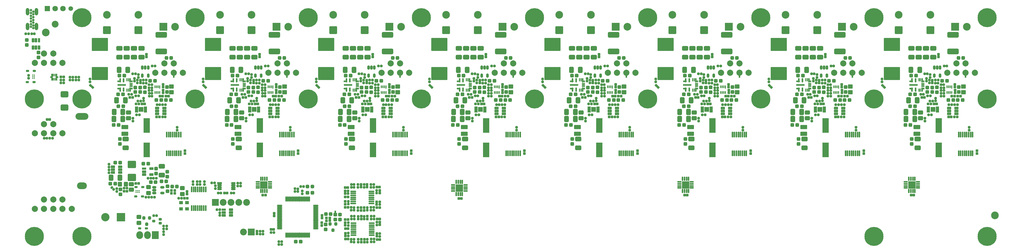
<source format=gts>
G04*
G04 #@! TF.GenerationSoftware,Altium Limited,Altium Designer,19.1.6 (110)*
G04*
G04 Layer_Color=8388736*
%FSLAX43Y43*%
%MOMM*%
G71*
G01*
G75*
%ADD20R,0.500X0.500*%
G04:AMPARAMS|DCode=76|XSize=1.153mm|YSize=1.103mm|CornerRadius=0.192mm|HoleSize=0mm|Usage=FLASHONLY|Rotation=0.000|XOffset=0mm|YOffset=0mm|HoleType=Round|Shape=RoundedRectangle|*
%AMROUNDEDRECTD76*
21,1,1.153,0.720,0,0,0.0*
21,1,0.770,1.103,0,0,0.0*
1,1,0.383,0.385,-0.360*
1,1,0.383,-0.385,-0.360*
1,1,0.383,-0.385,0.360*
1,1,0.383,0.385,0.360*
%
%ADD76ROUNDEDRECTD76*%
G04:AMPARAMS|DCode=77|XSize=0.823mm|YSize=0.863mm|CornerRadius=0.164mm|HoleSize=0mm|Usage=FLASHONLY|Rotation=180.000|XOffset=0mm|YOffset=0mm|HoleType=Round|Shape=RoundedRectangle|*
%AMROUNDEDRECTD77*
21,1,0.823,0.536,0,0,180.0*
21,1,0.496,0.863,0,0,180.0*
1,1,0.327,-0.248,0.268*
1,1,0.327,0.248,0.268*
1,1,0.327,0.248,-0.268*
1,1,0.327,-0.248,-0.268*
%
%ADD77ROUNDEDRECTD77*%
G04:AMPARAMS|DCode=78|XSize=1.003mm|YSize=1.103mm|CornerRadius=0.302mm|HoleSize=0mm|Usage=FLASHONLY|Rotation=0.000|XOffset=0mm|YOffset=0mm|HoleType=Round|Shape=RoundedRectangle|*
%AMROUNDEDRECTD78*
21,1,1.003,0.500,0,0,0.0*
21,1,0.400,1.103,0,0,0.0*
1,1,0.603,0.200,-0.250*
1,1,0.603,-0.200,-0.250*
1,1,0.603,-0.200,0.250*
1,1,0.603,0.200,0.250*
%
%ADD78ROUNDEDRECTD78*%
G04:AMPARAMS|DCode=79|XSize=1.153mm|YSize=1.103mm|CornerRadius=0.237mm|HoleSize=0mm|Usage=FLASHONLY|Rotation=90.000|XOffset=0mm|YOffset=0mm|HoleType=Round|Shape=RoundedRectangle|*
%AMROUNDEDRECTD79*
21,1,1.153,0.630,0,0,90.0*
21,1,0.680,1.103,0,0,90.0*
1,1,0.473,0.315,0.340*
1,1,0.473,0.315,-0.340*
1,1,0.473,-0.315,-0.340*
1,1,0.473,-0.315,0.340*
%
%ADD79ROUNDEDRECTD79*%
G04:AMPARAMS|DCode=80|XSize=0.823mm|YSize=0.863mm|CornerRadius=0.164mm|HoleSize=0mm|Usage=FLASHONLY|Rotation=270.000|XOffset=0mm|YOffset=0mm|HoleType=Round|Shape=RoundedRectangle|*
%AMROUNDEDRECTD80*
21,1,0.823,0.536,0,0,270.0*
21,1,0.496,0.863,0,0,270.0*
1,1,0.327,-0.268,-0.248*
1,1,0.327,-0.268,0.248*
1,1,0.327,0.268,0.248*
1,1,0.327,0.268,-0.248*
%
%ADD80ROUNDEDRECTD80*%
G04:AMPARAMS|DCode=81|XSize=0.853mm|YSize=0.773mm|CornerRadius=0.159mm|HoleSize=0mm|Usage=FLASHONLY|Rotation=180.000|XOffset=0mm|YOffset=0mm|HoleType=Round|Shape=RoundedRectangle|*
%AMROUNDEDRECTD81*
21,1,0.853,0.456,0,0,180.0*
21,1,0.536,0.773,0,0,180.0*
1,1,0.317,-0.268,0.228*
1,1,0.317,0.268,0.228*
1,1,0.317,0.268,-0.228*
1,1,0.317,-0.268,-0.228*
%
%ADD81ROUNDEDRECTD81*%
G04:AMPARAMS|DCode=82|XSize=0.553mm|YSize=1.903mm|CornerRadius=0.154mm|HoleSize=0mm|Usage=FLASHONLY|Rotation=90.000|XOffset=0mm|YOffset=0mm|HoleType=Round|Shape=RoundedRectangle|*
%AMROUNDEDRECTD82*
21,1,0.553,1.595,0,0,90.0*
21,1,0.245,1.903,0,0,90.0*
1,1,0.308,0.798,0.123*
1,1,0.308,0.798,-0.123*
1,1,0.308,-0.798,-0.123*
1,1,0.308,-0.798,0.123*
%
%ADD82ROUNDEDRECTD82*%
G04:AMPARAMS|DCode=83|XSize=0.853mm|YSize=0.773mm|CornerRadius=0.159mm|HoleSize=0mm|Usage=FLASHONLY|Rotation=90.000|XOffset=0mm|YOffset=0mm|HoleType=Round|Shape=RoundedRectangle|*
%AMROUNDEDRECTD83*
21,1,0.853,0.456,0,0,90.0*
21,1,0.536,0.773,0,0,90.0*
1,1,0.317,0.228,0.268*
1,1,0.317,0.228,-0.268*
1,1,0.317,-0.228,-0.268*
1,1,0.317,-0.228,0.268*
%
%ADD83ROUNDEDRECTD83*%
G04:AMPARAMS|DCode=84|XSize=0.703mm|YSize=1.003mm|CornerRadius=0.227mm|HoleSize=0mm|Usage=FLASHONLY|Rotation=270.000|XOffset=0mm|YOffset=0mm|HoleType=Round|Shape=RoundedRectangle|*
%AMROUNDEDRECTD84*
21,1,0.703,0.550,0,0,270.0*
21,1,0.250,1.003,0,0,270.0*
1,1,0.453,-0.275,-0.125*
1,1,0.453,-0.275,0.125*
1,1,0.453,0.275,0.125*
1,1,0.453,0.275,-0.125*
%
%ADD84ROUNDEDRECTD84*%
G04:AMPARAMS|DCode=85|XSize=1.653mm|YSize=1.353mm|CornerRadius=0.274mm|HoleSize=0mm|Usage=FLASHONLY|Rotation=0.000|XOffset=0mm|YOffset=0mm|HoleType=Round|Shape=RoundedRectangle|*
%AMROUNDEDRECTD85*
21,1,1.653,0.805,0,0,0.0*
21,1,1.105,1.353,0,0,0.0*
1,1,0.548,0.553,-0.403*
1,1,0.548,-0.553,-0.403*
1,1,0.548,-0.553,0.403*
1,1,0.548,0.553,0.403*
%
%ADD85ROUNDEDRECTD85*%
%ADD86O,0.553X1.903*%
G04:AMPARAMS|DCode=87|XSize=0.853mm|YSize=1.403mm|CornerRadius=0.264mm|HoleSize=0mm|Usage=FLASHONLY|Rotation=90.000|XOffset=0mm|YOffset=0mm|HoleType=Round|Shape=RoundedRectangle|*
%AMROUNDEDRECTD87*
21,1,0.853,0.875,0,0,90.0*
21,1,0.325,1.403,0,0,90.0*
1,1,0.528,0.438,0.163*
1,1,0.528,0.438,-0.163*
1,1,0.528,-0.438,-0.163*
1,1,0.528,-0.438,0.163*
%
%ADD87ROUNDEDRECTD87*%
%ADD88R,1.403X0.853*%
G04:AMPARAMS|DCode=89|XSize=0.803mm|YSize=1.403mm|CornerRadius=0.192mm|HoleSize=0mm|Usage=FLASHONLY|Rotation=90.000|XOffset=0mm|YOffset=0mm|HoleType=Round|Shape=RoundedRectangle|*
%AMROUNDEDRECTD89*
21,1,0.803,1.020,0,0,90.0*
21,1,0.420,1.403,0,0,90.0*
1,1,0.383,0.510,0.210*
1,1,0.383,0.510,-0.210*
1,1,0.383,-0.510,-0.210*
1,1,0.383,-0.510,0.210*
%
%ADD89ROUNDEDRECTD89*%
%ADD90R,1.403X0.803*%
G04:AMPARAMS|DCode=91|XSize=1.153mm|YSize=1.103mm|CornerRadius=0.192mm|HoleSize=0mm|Usage=FLASHONLY|Rotation=90.000|XOffset=0mm|YOffset=0mm|HoleType=Round|Shape=RoundedRectangle|*
%AMROUNDEDRECTD91*
21,1,1.153,0.720,0,0,90.0*
21,1,0.770,1.103,0,0,90.0*
1,1,0.383,0.360,0.385*
1,1,0.383,0.360,-0.385*
1,1,0.383,-0.360,-0.385*
1,1,0.383,-0.360,0.385*
%
%ADD91ROUNDEDRECTD91*%
G04:AMPARAMS|DCode=92|XSize=2.003mm|YSize=1.453mm|CornerRadius=0.289mm|HoleSize=0mm|Usage=FLASHONLY|Rotation=180.000|XOffset=0mm|YOffset=0mm|HoleType=Round|Shape=RoundedRectangle|*
%AMROUNDEDRECTD92*
21,1,2.003,0.875,0,0,180.0*
21,1,1.425,1.453,0,0,180.0*
1,1,0.578,-0.713,0.438*
1,1,0.578,0.713,0.438*
1,1,0.578,0.713,-0.438*
1,1,0.578,-0.713,-0.438*
%
%ADD92ROUNDEDRECTD92*%
G04:AMPARAMS|DCode=93|XSize=0.803mm|YSize=1.303mm|CornerRadius=0.252mm|HoleSize=0mm|Usage=FLASHONLY|Rotation=0.000|XOffset=0mm|YOffset=0mm|HoleType=Round|Shape=RoundedRectangle|*
%AMROUNDEDRECTD93*
21,1,0.803,0.800,0,0,0.0*
21,1,0.300,1.303,0,0,0.0*
1,1,0.503,0.150,-0.400*
1,1,0.503,-0.150,-0.400*
1,1,0.503,-0.150,0.400*
1,1,0.503,0.150,0.400*
%
%ADD93ROUNDEDRECTD93*%
G04:AMPARAMS|DCode=94|XSize=2.503mm|YSize=2.003mm|CornerRadius=0.372mm|HoleSize=0mm|Usage=FLASHONLY|Rotation=180.000|XOffset=0mm|YOffset=0mm|HoleType=Round|Shape=RoundedRectangle|*
%AMROUNDEDRECTD94*
21,1,2.503,1.260,0,0,180.0*
21,1,1.760,2.003,0,0,180.0*
1,1,0.743,-0.880,0.630*
1,1,0.743,0.880,0.630*
1,1,0.743,0.880,-0.630*
1,1,0.743,-0.880,-0.630*
%
%ADD94ROUNDEDRECTD94*%
G04:AMPARAMS|DCode=95|XSize=1.103mm|YSize=1.103mm|CornerRadius=0.237mm|HoleSize=0mm|Usage=FLASHONLY|Rotation=270.000|XOffset=0mm|YOffset=0mm|HoleType=Round|Shape=RoundedRectangle|*
%AMROUNDEDRECTD95*
21,1,1.103,0.630,0,0,270.0*
21,1,0.630,1.103,0,0,270.0*
1,1,0.473,-0.315,-0.315*
1,1,0.473,-0.315,0.315*
1,1,0.473,0.315,0.315*
1,1,0.473,0.315,-0.315*
%
%ADD95ROUNDEDRECTD95*%
%ADD96R,0.503X0.883*%
%ADD97R,0.453X0.883*%
%ADD98R,0.933X0.473*%
%ADD99R,1.003X0.503*%
%ADD100R,1.503X1.603*%
G04:AMPARAMS|DCode=101|XSize=0.853mm|YSize=0.773mm|CornerRadius=0.159mm|HoleSize=0mm|Usage=FLASHONLY|Rotation=45.000|XOffset=0mm|YOffset=0mm|HoleType=Round|Shape=RoundedRectangle|*
%AMROUNDEDRECTD101*
21,1,0.853,0.456,0,0,45.0*
21,1,0.536,0.773,0,0,45.0*
1,1,0.317,0.351,0.028*
1,1,0.317,-0.028,-0.351*
1,1,0.317,-0.351,-0.028*
1,1,0.317,0.028,0.351*
%
%ADD101ROUNDEDRECTD101*%
%ADD102C,0.450*%
G04:AMPARAMS|DCode=103|XSize=2.003mm|YSize=1.453mm|CornerRadius=0.289mm|HoleSize=0mm|Usage=FLASHONLY|Rotation=270.000|XOffset=0mm|YOffset=0mm|HoleType=Round|Shape=RoundedRectangle|*
%AMROUNDEDRECTD103*
21,1,2.003,0.875,0,0,270.0*
21,1,1.425,1.453,0,0,270.0*
1,1,0.578,-0.438,-0.713*
1,1,0.578,-0.438,0.713*
1,1,0.578,0.438,0.713*
1,1,0.578,0.438,-0.713*
%
%ADD103ROUNDEDRECTD103*%
%ADD104R,2.003X4.703*%
G04:AMPARAMS|DCode=105|XSize=2.203mm|YSize=1.403mm|CornerRadius=0.222mm|HoleSize=0mm|Usage=FLASHONLY|Rotation=180.000|XOffset=0mm|YOffset=0mm|HoleType=Round|Shape=RoundedRectangle|*
%AMROUNDEDRECTD105*
21,1,2.203,0.960,0,0,180.0*
21,1,1.760,1.403,0,0,180.0*
1,1,0.443,-0.880,0.480*
1,1,0.443,0.880,0.480*
1,1,0.443,0.880,-0.480*
1,1,0.443,-0.880,-0.480*
%
%ADD105ROUNDEDRECTD105*%
G04:AMPARAMS|DCode=106|XSize=2.703mm|YSize=2.403mm|CornerRadius=0.322mm|HoleSize=0mm|Usage=FLASHONLY|Rotation=0.000|XOffset=0mm|YOffset=0mm|HoleType=Round|Shape=RoundedRectangle|*
%AMROUNDEDRECTD106*
21,1,2.703,1.760,0,0,0.0*
21,1,2.060,2.403,0,0,0.0*
1,1,0.643,1.030,-0.880*
1,1,0.643,-1.030,-0.880*
1,1,0.643,-1.030,0.880*
1,1,0.643,1.030,0.880*
%
%ADD106ROUNDEDRECTD106*%
G04:AMPARAMS|DCode=107|XSize=0.54mm|YSize=1.34mm|CornerRadius=0.11mm|HoleSize=0mm|Usage=FLASHONLY|Rotation=180.000|XOffset=0mm|YOffset=0mm|HoleType=Round|Shape=RoundedRectangle|*
%AMROUNDEDRECTD107*
21,1,0.540,1.120,0,0,180.0*
21,1,0.320,1.340,0,0,180.0*
1,1,0.220,-0.160,0.560*
1,1,0.220,0.160,0.560*
1,1,0.220,0.160,-0.560*
1,1,0.220,-0.160,-0.560*
%
%ADD107ROUNDEDRECTD107*%
G04:AMPARAMS|DCode=108|XSize=0.54mm|YSize=1.14mm|CornerRadius=0.11mm|HoleSize=0mm|Usage=FLASHONLY|Rotation=270.000|XOffset=0mm|YOffset=0mm|HoleType=Round|Shape=RoundedRectangle|*
%AMROUNDEDRECTD108*
21,1,0.540,0.920,0,0,270.0*
21,1,0.320,1.140,0,0,270.0*
1,1,0.220,-0.460,-0.160*
1,1,0.220,-0.460,0.160*
1,1,0.220,0.460,0.160*
1,1,0.220,0.460,-0.160*
%
%ADD108ROUNDEDRECTD108*%
G04:AMPARAMS|DCode=109|XSize=0.39mm|YSize=1.04mm|CornerRadius=0.095mm|HoleSize=0mm|Usage=FLASHONLY|Rotation=0.000|XOffset=0mm|YOffset=0mm|HoleType=Round|Shape=RoundedRectangle|*
%AMROUNDEDRECTD109*
21,1,0.390,0.850,0,0,0.0*
21,1,0.200,1.040,0,0,0.0*
1,1,0.190,0.100,-0.425*
1,1,0.190,-0.100,-0.425*
1,1,0.190,-0.100,0.425*
1,1,0.190,0.100,0.425*
%
%ADD109ROUNDEDRECTD109*%
G04:AMPARAMS|DCode=110|XSize=0.54mm|YSize=1.04mm|CornerRadius=0.11mm|HoleSize=0mm|Usage=FLASHONLY|Rotation=270.000|XOffset=0mm|YOffset=0mm|HoleType=Round|Shape=RoundedRectangle|*
%AMROUNDEDRECTD110*
21,1,0.540,0.820,0,0,270.0*
21,1,0.320,1.040,0,0,270.0*
1,1,0.220,-0.410,-0.160*
1,1,0.220,-0.410,0.160*
1,1,0.220,0.410,0.160*
1,1,0.220,0.410,-0.160*
%
%ADD110ROUNDEDRECTD110*%
G04:AMPARAMS|DCode=111|XSize=0.49mm|YSize=1.34mm|CornerRadius=0.105mm|HoleSize=0mm|Usage=FLASHONLY|Rotation=0.000|XOffset=0mm|YOffset=0mm|HoleType=Round|Shape=RoundedRectangle|*
%AMROUNDEDRECTD111*
21,1,0.490,1.130,0,0,0.0*
21,1,0.280,1.340,0,0,0.0*
1,1,0.210,0.140,-0.565*
1,1,0.210,-0.140,-0.565*
1,1,0.210,-0.140,0.565*
1,1,0.210,0.140,0.565*
%
%ADD111ROUNDEDRECTD111*%
G04:AMPARAMS|DCode=112|XSize=0.39mm|YSize=1.04mm|CornerRadius=0.095mm|HoleSize=0mm|Usage=FLASHONLY|Rotation=270.000|XOffset=0mm|YOffset=0mm|HoleType=Round|Shape=RoundedRectangle|*
%AMROUNDEDRECTD112*
21,1,0.390,0.850,0,0,270.0*
21,1,0.200,1.040,0,0,270.0*
1,1,0.190,-0.425,-0.100*
1,1,0.190,-0.425,0.100*
1,1,0.190,0.425,0.100*
1,1,0.190,0.425,-0.100*
%
%ADD112ROUNDEDRECTD112*%
G04:AMPARAMS|DCode=113|XSize=0.44mm|YSize=1.04mm|CornerRadius=0.1mm|HoleSize=0mm|Usage=FLASHONLY|Rotation=270.000|XOffset=0mm|YOffset=0mm|HoleType=Round|Shape=RoundedRectangle|*
%AMROUNDEDRECTD113*
21,1,0.440,0.840,0,0,270.0*
21,1,0.240,1.040,0,0,270.0*
1,1,0.200,-0.420,-0.120*
1,1,0.200,-0.420,0.120*
1,1,0.200,0.420,0.120*
1,1,0.200,0.420,-0.120*
%
%ADD113ROUNDEDRECTD113*%
G04:AMPARAMS|DCode=114|XSize=0.54mm|YSize=2.74mm|CornerRadius=0.11mm|HoleSize=0mm|Usage=FLASHONLY|Rotation=270.000|XOffset=0mm|YOffset=0mm|HoleType=Round|Shape=RoundedRectangle|*
%AMROUNDEDRECTD114*
21,1,0.540,2.520,0,0,270.0*
21,1,0.320,2.740,0,0,270.0*
1,1,0.220,-1.260,-0.160*
1,1,0.220,-1.260,0.160*
1,1,0.220,1.260,0.160*
1,1,0.220,1.260,-0.160*
%
%ADD114ROUNDEDRECTD114*%
%ADD115R,2.363X2.363*%
%ADD116O,1.403X0.553*%
%ADD117O,0.553X1.403*%
G04:AMPARAMS|DCode=118|XSize=1.553mm|YSize=1.353mm|CornerRadius=0.274mm|HoleSize=0mm|Usage=FLASHONLY|Rotation=0.000|XOffset=0mm|YOffset=0mm|HoleType=Round|Shape=RoundedRectangle|*
%AMROUNDEDRECTD118*
21,1,1.553,0.805,0,0,0.0*
21,1,1.005,1.353,0,0,0.0*
1,1,0.548,0.502,-0.403*
1,1,0.548,-0.502,-0.403*
1,1,0.548,-0.502,0.403*
1,1,0.548,0.502,0.403*
%
%ADD118ROUNDEDRECTD118*%
G04:AMPARAMS|DCode=119|XSize=0.903mm|YSize=1.003mm|CornerRadius=0.277mm|HoleSize=0mm|Usage=FLASHONLY|Rotation=270.000|XOffset=0mm|YOffset=0mm|HoleType=Round|Shape=RoundedRectangle|*
%AMROUNDEDRECTD119*
21,1,0.903,0.450,0,0,270.0*
21,1,0.350,1.003,0,0,270.0*
1,1,0.553,-0.225,-0.175*
1,1,0.553,-0.225,0.175*
1,1,0.553,0.225,0.175*
1,1,0.553,0.225,-0.175*
%
%ADD119ROUNDEDRECTD119*%
G04:AMPARAMS|DCode=120|XSize=0.823mm|YSize=0.863mm|CornerRadius=0.164mm|HoleSize=0mm|Usage=FLASHONLY|Rotation=45.000|XOffset=0mm|YOffset=0mm|HoleType=Round|Shape=RoundedRectangle|*
%AMROUNDEDRECTD120*
21,1,0.823,0.536,0,0,45.0*
21,1,0.496,0.863,0,0,45.0*
1,1,0.327,0.365,-0.014*
1,1,0.327,0.014,-0.365*
1,1,0.327,-0.365,0.014*
1,1,0.327,-0.014,0.365*
%
%ADD120ROUNDEDRECTD120*%
G04:AMPARAMS|DCode=121|XSize=5.303mm|YSize=4.303mm|CornerRadius=0.307mm|HoleSize=0mm|Usage=FLASHONLY|Rotation=180.000|XOffset=0mm|YOffset=0mm|HoleType=Round|Shape=RoundedRectangle|*
%AMROUNDEDRECTD121*
21,1,5.303,3.690,0,0,180.0*
21,1,4.690,4.303,0,0,180.0*
1,1,0.613,-2.345,1.845*
1,1,0.613,2.345,1.845*
1,1,0.613,2.345,-1.845*
1,1,0.613,-2.345,-1.845*
%
%ADD121ROUNDEDRECTD121*%
G04:AMPARAMS|DCode=122|XSize=3.703mm|YSize=1.803mm|CornerRadius=0.342mm|HoleSize=0mm|Usage=FLASHONLY|Rotation=0.000|XOffset=0mm|YOffset=0mm|HoleType=Round|Shape=RoundedRectangle|*
%AMROUNDEDRECTD122*
21,1,3.703,1.120,0,0,0.0*
21,1,3.020,1.803,0,0,0.0*
1,1,0.683,1.510,-0.560*
1,1,0.683,-1.510,-0.560*
1,1,0.683,-1.510,0.560*
1,1,0.683,1.510,0.560*
%
%ADD122ROUNDEDRECTD122*%
G04:AMPARAMS|DCode=123|XSize=1.503mm|YSize=1.403mm|CornerRadius=0.222mm|HoleSize=0mm|Usage=FLASHONLY|Rotation=180.000|XOffset=0mm|YOffset=0mm|HoleType=Round|Shape=RoundedRectangle|*
%AMROUNDEDRECTD123*
21,1,1.503,0.960,0,0,180.0*
21,1,1.060,1.403,0,0,180.0*
1,1,0.443,-0.530,0.480*
1,1,0.443,0.530,0.480*
1,1,0.443,0.530,-0.480*
1,1,0.443,-0.530,-0.480*
%
%ADD123ROUNDEDRECTD123*%
%ADD124R,0.390X0.940*%
%ADD125R,0.453X1.103*%
%ADD126R,1.503X0.653*%
%ADD127O,1.503X0.653*%
%ADD128R,1.203X1.103*%
%ADD129O,1.703X0.503*%
%ADD130O,0.503X1.703*%
G04:AMPARAMS|DCode=131|XSize=0.803mm|YSize=1.403mm|CornerRadius=0.192mm|HoleSize=0mm|Usage=FLASHONLY|Rotation=0.000|XOffset=0mm|YOffset=0mm|HoleType=Round|Shape=RoundedRectangle|*
%AMROUNDEDRECTD131*
21,1,0.803,1.020,0,0,0.0*
21,1,0.420,1.403,0,0,0.0*
1,1,0.383,0.210,-0.510*
1,1,0.383,-0.210,-0.510*
1,1,0.383,-0.210,0.510*
1,1,0.383,0.210,0.510*
%
%ADD131ROUNDEDRECTD131*%
%ADD132R,0.803X1.403*%
G04:AMPARAMS|DCode=133|XSize=0.803mm|YSize=1.303mm|CornerRadius=0.252mm|HoleSize=0mm|Usage=FLASHONLY|Rotation=90.000|XOffset=0mm|YOffset=0mm|HoleType=Round|Shape=RoundedRectangle|*
%AMROUNDEDRECTD133*
21,1,0.803,0.800,0,0,90.0*
21,1,0.300,1.303,0,0,90.0*
1,1,0.503,0.400,0.150*
1,1,0.503,0.400,-0.150*
1,1,0.503,-0.400,-0.150*
1,1,0.503,-0.400,0.150*
%
%ADD133ROUNDEDRECTD133*%
G04:AMPARAMS|DCode=134|XSize=1.553mm|YSize=1.353mm|CornerRadius=0.274mm|HoleSize=0mm|Usage=FLASHONLY|Rotation=270.000|XOffset=0mm|YOffset=0mm|HoleType=Round|Shape=RoundedRectangle|*
%AMROUNDEDRECTD134*
21,1,1.553,0.805,0,0,270.0*
21,1,1.005,1.353,0,0,270.0*
1,1,0.548,-0.403,-0.502*
1,1,0.548,-0.403,0.502*
1,1,0.548,0.403,0.502*
1,1,0.548,0.403,-0.502*
%
%ADD134ROUNDEDRECTD134*%
%ADD135C,2.500*%
%ADD136C,6.203*%
%ADD137C,2.503*%
G04:AMPARAMS|DCode=138|XSize=2.503mm|YSize=2.503mm|CornerRadius=0.217mm|HoleSize=0mm|Usage=FLASHONLY|Rotation=270.000|XOffset=0mm|YOffset=0mm|HoleType=Round|Shape=RoundedRectangle|*
%AMROUNDEDRECTD138*
21,1,2.503,2.070,0,0,270.0*
21,1,2.070,2.503,0,0,270.0*
1,1,0.433,-1.035,-1.035*
1,1,0.433,-1.035,1.035*
1,1,0.433,1.035,1.035*
1,1,0.433,1.035,-1.035*
%
%ADD138ROUNDEDRECTD138*%
%ADD139C,0.803*%
%ADD140C,2.003*%
%ADD141C,2.703*%
%ADD142R,2.703X2.703*%
%ADD143O,1.103X2.403*%
%ADD144C,1.803*%
%ADD145R,1.803X1.803*%
%ADD146C,1.503*%
%ADD147C,2.203*%
%ADD148R,2.503X2.503*%
%ADD149O,2.203X2.503*%
%ADD150R,2.203X2.503*%
%ADD151R,2.203X2.203*%
%ADD152O,4.203X2.203*%
%ADD153O,3.203X2.203*%
D20*
X110975Y11825D02*
D03*
Y11425D02*
D03*
X58350Y55675D02*
D03*
Y56075D02*
D03*
X316125D02*
D03*
Y55675D02*
D03*
X279300Y56075D02*
D03*
Y55675D02*
D03*
X242475Y56075D02*
D03*
Y55675D02*
D03*
X205650Y56075D02*
D03*
Y55675D02*
D03*
X168825Y56075D02*
D03*
Y55675D02*
D03*
X132000Y56075D02*
D03*
Y55675D02*
D03*
X95175Y56075D02*
D03*
Y55675D02*
D03*
D76*
X107800Y7575D02*
D03*
Y5975D02*
D03*
X110950Y9250D02*
D03*
Y10850D02*
D03*
X112450Y9250D02*
D03*
Y10850D02*
D03*
X56275Y23225D02*
D03*
Y24825D02*
D03*
X52625Y24225D02*
D03*
Y25825D02*
D03*
X10500Y67700D02*
D03*
Y66100D02*
D03*
X41000Y17400D02*
D03*
Y19000D02*
D03*
X56325Y18450D02*
D03*
Y20050D02*
D03*
X313900Y52375D02*
D03*
Y50775D02*
D03*
X277075Y52375D02*
D03*
Y50775D02*
D03*
X240250Y52375D02*
D03*
Y50775D02*
D03*
X203425Y52375D02*
D03*
Y50775D02*
D03*
X166600Y52375D02*
D03*
Y50775D02*
D03*
X129775Y52375D02*
D03*
Y50775D02*
D03*
X92950Y52375D02*
D03*
Y50775D02*
D03*
X56125Y52375D02*
D03*
Y50775D02*
D03*
X298575Y35475D02*
D03*
Y33875D02*
D03*
X306750Y52275D02*
D03*
Y50675D02*
D03*
X261750Y35475D02*
D03*
Y33875D02*
D03*
X269925Y52275D02*
D03*
Y50675D02*
D03*
X224925Y35475D02*
D03*
Y33875D02*
D03*
X233100Y52275D02*
D03*
Y50675D02*
D03*
X188100Y35475D02*
D03*
Y33875D02*
D03*
X196275Y52275D02*
D03*
Y50675D02*
D03*
X151275Y35475D02*
D03*
Y33875D02*
D03*
X159450Y52275D02*
D03*
Y50675D02*
D03*
X114450Y35475D02*
D03*
Y33875D02*
D03*
X122625Y52275D02*
D03*
Y50675D02*
D03*
X77625Y35475D02*
D03*
Y33875D02*
D03*
X85800Y52275D02*
D03*
Y50675D02*
D03*
X40800Y35475D02*
D03*
Y33875D02*
D03*
X48975Y52275D02*
D03*
Y50675D02*
D03*
X14375Y62075D02*
D03*
Y63675D02*
D03*
D77*
X109150Y9765D02*
D03*
Y8885D02*
D03*
X106500Y8165D02*
D03*
Y7285D02*
D03*
X108100Y8835D02*
D03*
Y9715D02*
D03*
X106600Y9710D02*
D03*
Y10590D02*
D03*
X124475Y4655D02*
D03*
Y3775D02*
D03*
X114175Y7325D02*
D03*
Y8205D02*
D03*
X120400Y2745D02*
D03*
Y1865D02*
D03*
X119400Y9425D02*
D03*
Y10305D02*
D03*
X125450Y7500D02*
D03*
Y8380D02*
D03*
X114225Y4755D02*
D03*
Y3875D02*
D03*
X121325Y9425D02*
D03*
Y10305D02*
D03*
X119375Y2745D02*
D03*
Y1865D02*
D03*
X121275Y19775D02*
D03*
Y20655D02*
D03*
X119325Y13095D02*
D03*
Y12215D02*
D03*
X125400Y17850D02*
D03*
Y18730D02*
D03*
X114175Y15105D02*
D03*
Y14225D02*
D03*
X120350Y13095D02*
D03*
Y12215D02*
D03*
X124425Y15005D02*
D03*
Y14125D02*
D03*
X119350Y19775D02*
D03*
Y20655D02*
D03*
X114125Y17675D02*
D03*
Y18555D02*
D03*
X305275Y54615D02*
D03*
Y53735D02*
D03*
X268450Y54615D02*
D03*
Y53735D02*
D03*
X231625Y54615D02*
D03*
Y53735D02*
D03*
X194800Y54615D02*
D03*
Y53735D02*
D03*
X157975Y54615D02*
D03*
Y53735D02*
D03*
X121150Y54615D02*
D03*
Y53735D02*
D03*
X84325Y54615D02*
D03*
Y53735D02*
D03*
X47500Y54615D02*
D03*
Y53735D02*
D03*
X307250Y63090D02*
D03*
Y62210D02*
D03*
X319775Y30735D02*
D03*
Y31615D02*
D03*
X312650Y53265D02*
D03*
Y52385D02*
D03*
X312675Y51390D02*
D03*
Y50510D02*
D03*
X270425Y63090D02*
D03*
Y62210D02*
D03*
X282950Y30735D02*
D03*
Y31615D02*
D03*
X275825Y53265D02*
D03*
Y52385D02*
D03*
X275850Y51390D02*
D03*
Y50510D02*
D03*
X233600Y63090D02*
D03*
Y62210D02*
D03*
X246125Y30735D02*
D03*
Y31615D02*
D03*
X239000Y53265D02*
D03*
Y52385D02*
D03*
X239025Y51390D02*
D03*
Y50510D02*
D03*
X196775Y63090D02*
D03*
Y62210D02*
D03*
X209300Y30735D02*
D03*
Y31615D02*
D03*
X202175Y53265D02*
D03*
Y52385D02*
D03*
X202200Y51390D02*
D03*
Y50510D02*
D03*
X159950Y63090D02*
D03*
Y62210D02*
D03*
X172475Y30735D02*
D03*
Y31615D02*
D03*
X165350Y53265D02*
D03*
Y52385D02*
D03*
X165375Y51390D02*
D03*
Y50510D02*
D03*
X123125Y63090D02*
D03*
Y62210D02*
D03*
X135650Y30735D02*
D03*
Y31615D02*
D03*
X128525Y53265D02*
D03*
Y52385D02*
D03*
X128550Y51390D02*
D03*
Y50510D02*
D03*
X86300Y63090D02*
D03*
Y62210D02*
D03*
X98825Y30735D02*
D03*
Y31615D02*
D03*
X91700Y53265D02*
D03*
Y52385D02*
D03*
X91725Y51390D02*
D03*
Y50510D02*
D03*
X49475Y63090D02*
D03*
Y62210D02*
D03*
X62000Y30735D02*
D03*
Y31615D02*
D03*
X54875Y53265D02*
D03*
Y52385D02*
D03*
X54900Y51390D02*
D03*
Y50510D02*
D03*
X57625Y18690D02*
D03*
Y17810D02*
D03*
X62650Y18365D02*
D03*
Y17485D02*
D03*
X85470Y4525D02*
D03*
Y5405D02*
D03*
X91050Y10410D02*
D03*
Y11290D02*
D03*
X58675Y18690D02*
D03*
Y17810D02*
D03*
D78*
X111150Y7750D02*
D03*
X109250D02*
D03*
X110200Y5750D02*
D03*
X50525Y9725D02*
D03*
X48625D02*
D03*
X49575Y7725D02*
D03*
D79*
X109423Y11000D02*
D03*
X107927D02*
D03*
X55873Y21700D02*
D03*
X54377D02*
D03*
X315298Y61875D02*
D03*
X313802D02*
D03*
X278473D02*
D03*
X276977D02*
D03*
X241648D02*
D03*
X240152D02*
D03*
X204823D02*
D03*
X203327D02*
D03*
X167998D02*
D03*
X166502D02*
D03*
X131173D02*
D03*
X129677D02*
D03*
X94348D02*
D03*
X92852D02*
D03*
X57523D02*
D03*
X56027D02*
D03*
X59348Y19975D02*
D03*
X57852D02*
D03*
D80*
X125415Y9415D02*
D03*
X124535D02*
D03*
X114235Y6265D02*
D03*
X115115D02*
D03*
X125440Y2740D02*
D03*
X124560D02*
D03*
X114185Y9240D02*
D03*
X115065D02*
D03*
X114235Y2840D02*
D03*
X115115D02*
D03*
X125365Y19765D02*
D03*
X124485D02*
D03*
X114185Y13190D02*
D03*
X115065D02*
D03*
X125390Y13090D02*
D03*
X124510D02*
D03*
X114135Y19590D02*
D03*
X115015D02*
D03*
X114185Y16615D02*
D03*
X115065D02*
D03*
X17135Y41825D02*
D03*
X18015D02*
D03*
X152005Y16100D02*
D03*
X151125D02*
D03*
X21635Y55675D02*
D03*
X22515D02*
D03*
X301860Y49025D02*
D03*
X302740D02*
D03*
X265035D02*
D03*
X265915D02*
D03*
X228210D02*
D03*
X229090D02*
D03*
X191385D02*
D03*
X192265D02*
D03*
X154560D02*
D03*
X155440D02*
D03*
X117735D02*
D03*
X118615D02*
D03*
X80910D02*
D03*
X81790D02*
D03*
X44085D02*
D03*
X44965D02*
D03*
X305805Y46875D02*
D03*
X306685D02*
D03*
X268980D02*
D03*
X269860D02*
D03*
X232155D02*
D03*
X233035D02*
D03*
X195330D02*
D03*
X196210D02*
D03*
X158505D02*
D03*
X159385D02*
D03*
X121680D02*
D03*
X122560D02*
D03*
X84855D02*
D03*
X85735D02*
D03*
X48030D02*
D03*
X48910D02*
D03*
X90915Y5975D02*
D03*
X90035D02*
D03*
X62740Y16125D02*
D03*
X61860D02*
D03*
X310585Y42650D02*
D03*
X311465D02*
D03*
X314440Y49400D02*
D03*
X313560D02*
D03*
X311635Y49400D02*
D03*
X312515D02*
D03*
X273760Y42650D02*
D03*
X274640D02*
D03*
X277615Y49400D02*
D03*
X276735D02*
D03*
X274810Y49400D02*
D03*
X275690D02*
D03*
X236935Y42650D02*
D03*
X237815D02*
D03*
X240790Y49400D02*
D03*
X239910D02*
D03*
X237985Y49400D02*
D03*
X238865D02*
D03*
X200110Y42650D02*
D03*
X200990D02*
D03*
X203965Y49400D02*
D03*
X203085D02*
D03*
X201160Y49400D02*
D03*
X202040D02*
D03*
X163285Y42650D02*
D03*
X164165D02*
D03*
X167140Y49400D02*
D03*
X166260D02*
D03*
X164335Y49400D02*
D03*
X165215D02*
D03*
X126460Y42650D02*
D03*
X127340D02*
D03*
X130315Y49400D02*
D03*
X129435D02*
D03*
X127510Y49400D02*
D03*
X128390D02*
D03*
X89635Y42650D02*
D03*
X90515D02*
D03*
X93490Y49400D02*
D03*
X92610D02*
D03*
X90685Y49400D02*
D03*
X91565D02*
D03*
X52810Y42650D02*
D03*
X53690D02*
D03*
X56665Y49400D02*
D03*
X55785D02*
D03*
X53860Y49400D02*
D03*
X54740D02*
D03*
X87335Y17150D02*
D03*
X88215D02*
D03*
X74869Y17859D02*
D03*
X75749D02*
D03*
X224635Y17150D02*
D03*
X225515D02*
D03*
X298360Y17200D02*
D03*
X299240D02*
D03*
X43115Y18425D02*
D03*
X42235D02*
D03*
X46035Y21025D02*
D03*
X46915D02*
D03*
D81*
X125450Y4665D02*
D03*
Y3755D02*
D03*
X115150Y7310D02*
D03*
Y8220D02*
D03*
X123550Y1935D02*
D03*
Y2845D02*
D03*
X116200Y10295D02*
D03*
Y9385D02*
D03*
X122600Y1940D02*
D03*
Y2850D02*
D03*
X117125Y10305D02*
D03*
Y9395D02*
D03*
X121375Y2785D02*
D03*
Y1875D02*
D03*
X118400Y9360D02*
D03*
Y10270D02*
D03*
X124475Y7465D02*
D03*
Y8375D02*
D03*
X115200Y4820D02*
D03*
Y3910D02*
D03*
X123525Y10295D02*
D03*
Y9385D02*
D03*
X116125Y1910D02*
D03*
Y2820D02*
D03*
X122600Y10280D02*
D03*
Y9370D02*
D03*
X117075Y1885D02*
D03*
Y2795D02*
D03*
X120375Y9365D02*
D03*
Y10275D02*
D03*
X118375Y2760D02*
D03*
Y1850D02*
D03*
X120325Y19715D02*
D03*
Y20625D02*
D03*
X118325Y13110D02*
D03*
Y12200D02*
D03*
X118350Y19710D02*
D03*
Y20620D02*
D03*
X122550Y20630D02*
D03*
Y19720D02*
D03*
X117025Y12235D02*
D03*
Y13145D02*
D03*
X123475Y20645D02*
D03*
Y19735D02*
D03*
X116075Y12260D02*
D03*
Y13170D02*
D03*
X117075Y20655D02*
D03*
Y19745D02*
D03*
X124425Y17815D02*
D03*
Y18725D02*
D03*
X116150Y20645D02*
D03*
Y19735D02*
D03*
X115150Y15170D02*
D03*
Y14260D02*
D03*
X121325Y13135D02*
D03*
Y12225D02*
D03*
X122550Y12290D02*
D03*
Y13200D02*
D03*
X115100Y17660D02*
D03*
Y18570D02*
D03*
X123500Y12285D02*
D03*
Y13195D02*
D03*
X125400Y15015D02*
D03*
Y14105D02*
D03*
X64650Y21580D02*
D03*
Y20670D02*
D03*
X68350Y21580D02*
D03*
Y20670D02*
D03*
X50350Y52175D02*
D03*
Y51265D02*
D03*
X27425Y55585D02*
D03*
Y54675D02*
D03*
X26500Y55585D02*
D03*
Y54675D02*
D03*
X25550Y55585D02*
D03*
Y54675D02*
D03*
X24600Y55585D02*
D03*
Y54675D02*
D03*
X39825Y18370D02*
D03*
Y19280D02*
D03*
X317250Y38345D02*
D03*
Y39255D02*
D03*
X280425Y38345D02*
D03*
Y39255D02*
D03*
X243600Y38345D02*
D03*
Y39255D02*
D03*
X206775Y38345D02*
D03*
Y39255D02*
D03*
X169950Y38345D02*
D03*
Y39255D02*
D03*
X133125Y38345D02*
D03*
Y39255D02*
D03*
X96300Y38345D02*
D03*
Y39255D02*
D03*
X59475Y38345D02*
D03*
Y39255D02*
D03*
X304600Y55570D02*
D03*
Y56480D02*
D03*
X267775Y55570D02*
D03*
Y56480D02*
D03*
X230950Y55570D02*
D03*
Y56480D02*
D03*
X194125Y55570D02*
D03*
Y56480D02*
D03*
X157300Y55570D02*
D03*
Y56480D02*
D03*
X120475Y55570D02*
D03*
Y56480D02*
D03*
X83650Y55570D02*
D03*
Y56480D02*
D03*
X46825Y55570D02*
D03*
Y56480D02*
D03*
X306350Y48780D02*
D03*
Y47870D02*
D03*
X303350Y54320D02*
D03*
Y55230D02*
D03*
X304300Y54655D02*
D03*
Y53745D02*
D03*
X269525Y48780D02*
D03*
Y47870D02*
D03*
X266525Y54320D02*
D03*
Y55230D02*
D03*
X267475Y54655D02*
D03*
Y53745D02*
D03*
X232700Y48780D02*
D03*
Y47870D02*
D03*
X229700Y54320D02*
D03*
Y55230D02*
D03*
X230650Y54655D02*
D03*
Y53745D02*
D03*
X195875Y48780D02*
D03*
Y47870D02*
D03*
X192875Y54320D02*
D03*
Y55230D02*
D03*
X193825Y54655D02*
D03*
Y53745D02*
D03*
X159050Y48780D02*
D03*
Y47870D02*
D03*
X156050Y54320D02*
D03*
Y55230D02*
D03*
X157000Y54655D02*
D03*
Y53745D02*
D03*
X122225Y48780D02*
D03*
Y47870D02*
D03*
X119225Y54320D02*
D03*
Y55230D02*
D03*
X120175Y54655D02*
D03*
Y53745D02*
D03*
X85400Y48780D02*
D03*
Y47870D02*
D03*
X82400Y54320D02*
D03*
Y55230D02*
D03*
X83350Y54655D02*
D03*
Y53745D02*
D03*
X48575Y48780D02*
D03*
Y47870D02*
D03*
X45575Y54320D02*
D03*
Y55230D02*
D03*
X46525Y54655D02*
D03*
Y53745D02*
D03*
X97800Y19255D02*
D03*
Y18345D02*
D03*
X98750Y19250D02*
D03*
Y18340D02*
D03*
X55100Y5255D02*
D03*
Y4345D02*
D03*
X55100Y7075D02*
D03*
Y6165D02*
D03*
X56075Y7080D02*
D03*
Y6170D02*
D03*
X302875Y41295D02*
D03*
Y42205D02*
D03*
X288900Y55030D02*
D03*
Y54120D02*
D03*
X309025Y51270D02*
D03*
Y52180D02*
D03*
X308125Y51265D02*
D03*
Y52175D02*
D03*
X266050Y41295D02*
D03*
Y42205D02*
D03*
X252075Y55030D02*
D03*
Y54120D02*
D03*
X272200Y51270D02*
D03*
Y52180D02*
D03*
X271300Y51265D02*
D03*
Y52175D02*
D03*
X229225Y41295D02*
D03*
Y42205D02*
D03*
X215250Y55030D02*
D03*
Y54120D02*
D03*
X235375Y51270D02*
D03*
Y52180D02*
D03*
X234475Y51265D02*
D03*
Y52175D02*
D03*
X192400Y41295D02*
D03*
Y42205D02*
D03*
X178425Y55030D02*
D03*
Y54120D02*
D03*
X198550Y51270D02*
D03*
Y52180D02*
D03*
X197650Y51265D02*
D03*
Y52175D02*
D03*
X155575Y41295D02*
D03*
Y42205D02*
D03*
X141600Y55030D02*
D03*
Y54120D02*
D03*
X161725Y51270D02*
D03*
Y52180D02*
D03*
X160825Y51265D02*
D03*
Y52175D02*
D03*
X118750Y41295D02*
D03*
Y42205D02*
D03*
X104775Y55030D02*
D03*
Y54120D02*
D03*
X124900Y51270D02*
D03*
Y52180D02*
D03*
X124000Y51265D02*
D03*
Y52175D02*
D03*
X81925Y41295D02*
D03*
Y42205D02*
D03*
X67950Y55030D02*
D03*
Y54120D02*
D03*
X88075Y51270D02*
D03*
Y52180D02*
D03*
X87175Y51265D02*
D03*
Y52175D02*
D03*
X45100Y41295D02*
D03*
Y42205D02*
D03*
X31125Y55030D02*
D03*
Y54120D02*
D03*
X51250Y51270D02*
D03*
Y52180D02*
D03*
X71900Y20230D02*
D03*
Y19320D02*
D03*
X65975Y20670D02*
D03*
Y21580D02*
D03*
X66925Y20670D02*
D03*
Y21580D02*
D03*
X100175Y18505D02*
D03*
Y17595D02*
D03*
X73325Y10545D02*
D03*
Y11455D02*
D03*
X11100Y55295D02*
D03*
Y56205D02*
D03*
X37300Y26320D02*
D03*
Y27230D02*
D03*
X37300Y25385D02*
D03*
Y24475D02*
D03*
D82*
X116875Y8040D02*
D03*
Y7390D02*
D03*
Y6740D02*
D03*
Y6090D02*
D03*
Y5440D02*
D03*
Y4790D02*
D03*
Y4140D02*
D03*
X122775Y8040D02*
D03*
Y7390D02*
D03*
Y6740D02*
D03*
Y6090D02*
D03*
Y5440D02*
D03*
Y4790D02*
D03*
Y4140D02*
D03*
X116825Y18390D02*
D03*
Y17740D02*
D03*
Y17090D02*
D03*
Y16440D02*
D03*
Y15790D02*
D03*
Y15140D02*
D03*
Y14490D02*
D03*
X122725Y18390D02*
D03*
Y17740D02*
D03*
Y17090D02*
D03*
Y16440D02*
D03*
Y15790D02*
D03*
Y15140D02*
D03*
Y14490D02*
D03*
D83*
X22530Y53775D02*
D03*
X21620D02*
D03*
X52705Y22650D02*
D03*
X51795D02*
D03*
X50875Y22675D02*
D03*
X49965D02*
D03*
X47205Y43325D02*
D03*
X46295D02*
D03*
X306270Y54650D02*
D03*
X307180D02*
D03*
X302770Y56750D02*
D03*
X303680D02*
D03*
X309120Y59225D02*
D03*
X310030D02*
D03*
X269445Y54650D02*
D03*
X270355D02*
D03*
X265945Y56750D02*
D03*
X266855D02*
D03*
X272295Y59225D02*
D03*
X273205D02*
D03*
X232620Y54650D02*
D03*
X233530D02*
D03*
X229120Y56750D02*
D03*
X230030D02*
D03*
X235470Y59225D02*
D03*
X236380D02*
D03*
X195795Y54650D02*
D03*
X196705D02*
D03*
X192295Y56750D02*
D03*
X193205D02*
D03*
X198645Y59225D02*
D03*
X199555D02*
D03*
X158970Y54650D02*
D03*
X159880D02*
D03*
X155470Y56750D02*
D03*
X156380D02*
D03*
X161820Y59225D02*
D03*
X162730D02*
D03*
X122145Y54650D02*
D03*
X123055D02*
D03*
X118645Y56750D02*
D03*
X119555D02*
D03*
X124995Y59225D02*
D03*
X125905D02*
D03*
X85320Y54650D02*
D03*
X86230D02*
D03*
X81820Y56750D02*
D03*
X82730D02*
D03*
X88170Y59225D02*
D03*
X89080D02*
D03*
X48495Y54650D02*
D03*
X49405D02*
D03*
X44995Y56750D02*
D03*
X45905D02*
D03*
X51345Y59225D02*
D03*
X52255D02*
D03*
X22530Y54700D02*
D03*
X21620D02*
D03*
X42220Y19425D02*
D03*
X43130D02*
D03*
X303770Y49525D02*
D03*
X304680D02*
D03*
X266945D02*
D03*
X267855D02*
D03*
X230120D02*
D03*
X231030D02*
D03*
X193295D02*
D03*
X194205D02*
D03*
X156470D02*
D03*
X157380D02*
D03*
X119645D02*
D03*
X120555D02*
D03*
X82820D02*
D03*
X83730D02*
D03*
X45995D02*
D03*
X46905D02*
D03*
X304495Y47850D02*
D03*
X305405D02*
D03*
X301500Y50000D02*
D03*
X302410D02*
D03*
X303895Y46900D02*
D03*
X304805D02*
D03*
X304070Y43325D02*
D03*
X304980D02*
D03*
X267670Y47850D02*
D03*
X268580D02*
D03*
X264675Y50000D02*
D03*
X265585D02*
D03*
X267070Y46900D02*
D03*
X267980D02*
D03*
X267245Y43325D02*
D03*
X268155D02*
D03*
X230845Y47850D02*
D03*
X231755D02*
D03*
X227850Y50000D02*
D03*
X228760D02*
D03*
X230245Y46900D02*
D03*
X231155D02*
D03*
X230420Y43325D02*
D03*
X231330D02*
D03*
X194020Y47850D02*
D03*
X194930D02*
D03*
X191025Y50000D02*
D03*
X191935D02*
D03*
X193420Y46900D02*
D03*
X194330D02*
D03*
X193595Y43325D02*
D03*
X194505D02*
D03*
X157195Y47850D02*
D03*
X158105D02*
D03*
X154200Y50000D02*
D03*
X155110D02*
D03*
X156595Y46900D02*
D03*
X157505D02*
D03*
X156770Y43325D02*
D03*
X157680D02*
D03*
X120370Y47850D02*
D03*
X121280D02*
D03*
X117375Y50000D02*
D03*
X118285D02*
D03*
X119770Y46900D02*
D03*
X120680D02*
D03*
X119945Y43325D02*
D03*
X120855D02*
D03*
X83545Y47850D02*
D03*
X84455D02*
D03*
X80550Y50000D02*
D03*
X81460D02*
D03*
X82945Y46900D02*
D03*
X83855D02*
D03*
X83120Y43325D02*
D03*
X84030D02*
D03*
X46720Y47850D02*
D03*
X47630D02*
D03*
X43725Y50000D02*
D03*
X44635D02*
D03*
X46120Y46900D02*
D03*
X47030D02*
D03*
X51845Y10450D02*
D03*
X52755D02*
D03*
X313380Y42625D02*
D03*
X312470D02*
D03*
X311605Y46625D02*
D03*
X310695D02*
D03*
X313430D02*
D03*
X312520D02*
D03*
X308095Y53200D02*
D03*
X309005D02*
D03*
X306245Y53700D02*
D03*
X307155D02*
D03*
X308145Y50325D02*
D03*
X309055D02*
D03*
X308145Y49400D02*
D03*
X309055D02*
D03*
X276555Y42625D02*
D03*
X275645D02*
D03*
X274780Y46625D02*
D03*
X273870D02*
D03*
X276605D02*
D03*
X275695D02*
D03*
X271270Y53200D02*
D03*
X272180D02*
D03*
X269420Y53700D02*
D03*
X270330D02*
D03*
X271320Y50325D02*
D03*
X272230D02*
D03*
X271320Y49400D02*
D03*
X272230D02*
D03*
X239730Y42625D02*
D03*
X238820D02*
D03*
X237955Y46625D02*
D03*
X237045D02*
D03*
X239780D02*
D03*
X238870D02*
D03*
X234445Y53200D02*
D03*
X235355D02*
D03*
X232595Y53700D02*
D03*
X233505D02*
D03*
X234495Y50325D02*
D03*
X235405D02*
D03*
X234495Y49400D02*
D03*
X235405D02*
D03*
X202905Y42625D02*
D03*
X201995D02*
D03*
X201130Y46625D02*
D03*
X200220D02*
D03*
X202955D02*
D03*
X202045D02*
D03*
X197620Y53200D02*
D03*
X198530D02*
D03*
X195770Y53700D02*
D03*
X196680D02*
D03*
X197670Y50325D02*
D03*
X198580D02*
D03*
X197670Y49400D02*
D03*
X198580D02*
D03*
X166080Y42625D02*
D03*
X165170D02*
D03*
X164305Y46625D02*
D03*
X163395D02*
D03*
X166130D02*
D03*
X165220D02*
D03*
X160795Y53200D02*
D03*
X161705D02*
D03*
X158945Y53700D02*
D03*
X159855D02*
D03*
X160845Y50325D02*
D03*
X161755D02*
D03*
X160845Y49400D02*
D03*
X161755D02*
D03*
X129255Y42625D02*
D03*
X128345D02*
D03*
X127480Y46625D02*
D03*
X126570D02*
D03*
X129305D02*
D03*
X128395D02*
D03*
X123970Y53200D02*
D03*
X124880D02*
D03*
X122120Y53700D02*
D03*
X123030D02*
D03*
X124020Y50325D02*
D03*
X124930D02*
D03*
X124020Y49400D02*
D03*
X124930D02*
D03*
X92430Y42625D02*
D03*
X91520D02*
D03*
X90655Y46625D02*
D03*
X89745D02*
D03*
X92480D02*
D03*
X91570D02*
D03*
X87145Y53200D02*
D03*
X88055D02*
D03*
X85295Y53700D02*
D03*
X86205D02*
D03*
X87195Y50325D02*
D03*
X88105D02*
D03*
X87195Y49400D02*
D03*
X88105D02*
D03*
X55605Y42625D02*
D03*
X54695D02*
D03*
X53830Y46625D02*
D03*
X52920D02*
D03*
X55655D02*
D03*
X54745D02*
D03*
X50320Y53200D02*
D03*
X51230D02*
D03*
X48470Y53700D02*
D03*
X49380D02*
D03*
X50370Y50325D02*
D03*
X51280D02*
D03*
X50370Y49400D02*
D03*
X51280D02*
D03*
X71630Y21150D02*
D03*
X70720D02*
D03*
X79220Y20150D02*
D03*
X80130D02*
D03*
X79220Y21075D02*
D03*
X80130D02*
D03*
X72820Y17850D02*
D03*
X73730D02*
D03*
X77045D02*
D03*
X77955D02*
D03*
X59970Y16125D02*
D03*
X60880D02*
D03*
X16170Y35725D02*
D03*
X17080D02*
D03*
X18905Y35725D02*
D03*
X17995D02*
D03*
X50205Y16475D02*
D03*
X49295D02*
D03*
X73330Y12450D02*
D03*
X72420D02*
D03*
X51195Y16475D02*
D03*
X52105D02*
D03*
X99670Y20000D02*
D03*
X100580D02*
D03*
X90930Y5025D02*
D03*
X90020D02*
D03*
X12095Y69725D02*
D03*
X13005D02*
D03*
X93480Y2000D02*
D03*
X92570D02*
D03*
X11130Y69725D02*
D03*
X10220D02*
D03*
X93480Y1075D02*
D03*
X92570D02*
D03*
X86485Y5425D02*
D03*
X87395D02*
D03*
X86490Y4450D02*
D03*
X87400D02*
D03*
D84*
X49450Y6350D02*
D03*
X47250D02*
D03*
X46000Y16775D02*
D03*
X48200D02*
D03*
X12945Y57650D02*
D03*
X10745D02*
D03*
X10725Y54025D02*
D03*
X12925D02*
D03*
X46075Y19800D02*
D03*
X48275D02*
D03*
D85*
X44575Y18950D02*
D03*
Y20750D02*
D03*
X301425Y44075D02*
D03*
Y42275D02*
D03*
X264600Y44075D02*
D03*
Y42275D02*
D03*
X227775Y44075D02*
D03*
Y42275D02*
D03*
X190950Y44075D02*
D03*
Y42275D02*
D03*
X154125Y44075D02*
D03*
Y42275D02*
D03*
X117300Y44075D02*
D03*
Y42275D02*
D03*
X80475Y44075D02*
D03*
Y42275D02*
D03*
X43650Y44075D02*
D03*
Y42275D02*
D03*
D86*
X318400Y36900D02*
D03*
X317750D02*
D03*
X317100D02*
D03*
X316450D02*
D03*
X315800D02*
D03*
X315150D02*
D03*
X314500D02*
D03*
X317100Y30800D02*
D03*
X316450D02*
D03*
X315800D02*
D03*
X315150D02*
D03*
X314500D02*
D03*
X313850D02*
D03*
Y36900D02*
D03*
X317750Y30800D02*
D03*
X318400D02*
D03*
X281575Y36900D02*
D03*
X280925D02*
D03*
X280275D02*
D03*
X279625D02*
D03*
X278975D02*
D03*
X278325D02*
D03*
X277675D02*
D03*
X280275Y30800D02*
D03*
X279625D02*
D03*
X278975D02*
D03*
X278325D02*
D03*
X277675D02*
D03*
X277025D02*
D03*
Y36900D02*
D03*
X280925Y30800D02*
D03*
X281575D02*
D03*
X244750Y36900D02*
D03*
X244100D02*
D03*
X243450D02*
D03*
X242800D02*
D03*
X242150D02*
D03*
X241500D02*
D03*
X240850D02*
D03*
X243450Y30800D02*
D03*
X242800D02*
D03*
X242150D02*
D03*
X241500D02*
D03*
X240850D02*
D03*
X240200D02*
D03*
Y36900D02*
D03*
X244100Y30800D02*
D03*
X244750D02*
D03*
X207925Y36900D02*
D03*
X207275D02*
D03*
X206625D02*
D03*
X205975D02*
D03*
X205325D02*
D03*
X204675D02*
D03*
X204025D02*
D03*
X206625Y30800D02*
D03*
X205975D02*
D03*
X205325D02*
D03*
X204675D02*
D03*
X204025D02*
D03*
X203375D02*
D03*
Y36900D02*
D03*
X207275Y30800D02*
D03*
X207925D02*
D03*
X171100Y36900D02*
D03*
X170450D02*
D03*
X169800D02*
D03*
X169150D02*
D03*
X168500D02*
D03*
X167850D02*
D03*
X167200D02*
D03*
X169800Y30800D02*
D03*
X169150D02*
D03*
X168500D02*
D03*
X167850D02*
D03*
X167200D02*
D03*
X166550D02*
D03*
Y36900D02*
D03*
X170450Y30800D02*
D03*
X171100D02*
D03*
X134275Y36900D02*
D03*
X133625D02*
D03*
X132975D02*
D03*
X132325D02*
D03*
X131675D02*
D03*
X131025D02*
D03*
X130375D02*
D03*
X132975Y30800D02*
D03*
X132325D02*
D03*
X131675D02*
D03*
X131025D02*
D03*
X130375D02*
D03*
X129725D02*
D03*
Y36900D02*
D03*
X133625Y30800D02*
D03*
X134275D02*
D03*
X97450Y36900D02*
D03*
X96800D02*
D03*
X96150D02*
D03*
X95500D02*
D03*
X94850D02*
D03*
X94200D02*
D03*
X93550D02*
D03*
X96150Y30800D02*
D03*
X95500D02*
D03*
X94850D02*
D03*
X94200D02*
D03*
X93550D02*
D03*
X92900D02*
D03*
Y36900D02*
D03*
X96800Y30800D02*
D03*
X97450D02*
D03*
X60625Y36900D02*
D03*
X59975D02*
D03*
X59325D02*
D03*
X58675D02*
D03*
X58025D02*
D03*
X57375D02*
D03*
X56725D02*
D03*
X59325Y30800D02*
D03*
X58675D02*
D03*
X58025D02*
D03*
X57375D02*
D03*
X56725D02*
D03*
X56075D02*
D03*
Y36900D02*
D03*
X59975Y30800D02*
D03*
X60625D02*
D03*
X64200Y12925D02*
D03*
X64850D02*
D03*
X65500D02*
D03*
X66150D02*
D03*
X66800D02*
D03*
X67450D02*
D03*
X68100D02*
D03*
X65500Y19025D02*
D03*
X66150D02*
D03*
X66800D02*
D03*
X67450D02*
D03*
X68100D02*
D03*
X68750D02*
D03*
Y12925D02*
D03*
X64850Y19025D02*
D03*
X64200D02*
D03*
D87*
X310725Y43650D02*
D03*
Y44600D02*
D03*
Y45550D02*
D03*
X313125D02*
D03*
Y44600D02*
D03*
X273900Y43650D02*
D03*
Y44600D02*
D03*
Y45550D02*
D03*
X276300D02*
D03*
Y44600D02*
D03*
X237075Y43650D02*
D03*
Y44600D02*
D03*
Y45550D02*
D03*
X239475D02*
D03*
Y44600D02*
D03*
X200250Y43650D02*
D03*
Y44600D02*
D03*
Y45550D02*
D03*
X202650D02*
D03*
Y44600D02*
D03*
X163425Y43650D02*
D03*
Y44600D02*
D03*
Y45550D02*
D03*
X165825D02*
D03*
Y44600D02*
D03*
X126600Y43650D02*
D03*
Y44600D02*
D03*
Y45550D02*
D03*
X129000D02*
D03*
Y44600D02*
D03*
X89775Y43650D02*
D03*
Y44600D02*
D03*
Y45550D02*
D03*
X92175D02*
D03*
Y44600D02*
D03*
X52950Y43650D02*
D03*
Y44600D02*
D03*
Y45550D02*
D03*
X55350D02*
D03*
Y44600D02*
D03*
X40925Y26425D02*
D03*
Y25475D02*
D03*
Y24525D02*
D03*
X38525D02*
D03*
Y25475D02*
D03*
D88*
X313125Y43650D02*
D03*
X276300D02*
D03*
X239475D02*
D03*
X202650D02*
D03*
X165825D02*
D03*
X129000D02*
D03*
X92175D02*
D03*
X55350D02*
D03*
X38525Y26425D02*
D03*
D89*
X51075Y23875D02*
D03*
Y25775D02*
D03*
X48675Y24825D02*
D03*
Y23875D02*
D03*
X74625Y10575D02*
D03*
Y11525D02*
D03*
X77025Y12475D02*
D03*
Y11525D02*
D03*
Y10575D02*
D03*
D90*
X48675Y25775D02*
D03*
X74625Y12475D02*
D03*
D91*
X48475Y27400D02*
D03*
X50075D02*
D03*
X52475Y21450D02*
D03*
X50875D02*
D03*
X308475Y54400D02*
D03*
X310075D02*
D03*
X271650D02*
D03*
X273250D02*
D03*
X234825D02*
D03*
X236425D02*
D03*
X198000D02*
D03*
X199600D02*
D03*
X161175D02*
D03*
X162775D02*
D03*
X124350D02*
D03*
X125950D02*
D03*
X87525D02*
D03*
X89125D02*
D03*
X50700D02*
D03*
X52300D02*
D03*
X54300Y48125D02*
D03*
X52700D02*
D03*
X303625Y50750D02*
D03*
X305225D02*
D03*
X266800D02*
D03*
X268400D02*
D03*
X229975D02*
D03*
X231575D02*
D03*
X193150D02*
D03*
X194750D02*
D03*
X156325D02*
D03*
X157925D02*
D03*
X119500D02*
D03*
X121100D02*
D03*
X82675D02*
D03*
X84275D02*
D03*
X45850D02*
D03*
X47450D02*
D03*
X37700Y20875D02*
D03*
X39300D02*
D03*
X39300Y27750D02*
D03*
X40900D02*
D03*
X300025Y56100D02*
D03*
X298425D02*
D03*
X299650Y50000D02*
D03*
X298050D02*
D03*
X303625Y52225D02*
D03*
X305225D02*
D03*
X263200Y56100D02*
D03*
X261600D02*
D03*
X262825Y50000D02*
D03*
X261225D02*
D03*
X266800Y52225D02*
D03*
X268400D02*
D03*
X226375Y56100D02*
D03*
X224775D02*
D03*
X226000Y50000D02*
D03*
X224400D02*
D03*
X229975Y52225D02*
D03*
X231575D02*
D03*
X189550Y56100D02*
D03*
X187950D02*
D03*
X189175Y50000D02*
D03*
X187575D02*
D03*
X193150Y52225D02*
D03*
X194750D02*
D03*
X152725Y56100D02*
D03*
X151125D02*
D03*
X152350Y50000D02*
D03*
X150750D02*
D03*
X156325Y52225D02*
D03*
X157925D02*
D03*
X115900Y56100D02*
D03*
X114300D02*
D03*
X115525Y50000D02*
D03*
X113925D02*
D03*
X119500Y52225D02*
D03*
X121100D02*
D03*
X79075Y56100D02*
D03*
X77475D02*
D03*
X78700Y50000D02*
D03*
X77100D02*
D03*
X82675Y52225D02*
D03*
X84275D02*
D03*
X42250Y56100D02*
D03*
X40650D02*
D03*
X41875Y50000D02*
D03*
X40275D02*
D03*
X45850Y52225D02*
D03*
X47450D02*
D03*
X310475Y48125D02*
D03*
X312075D02*
D03*
X273650D02*
D03*
X275250D02*
D03*
X236825D02*
D03*
X238425D02*
D03*
X200000D02*
D03*
X201600D02*
D03*
X163175D02*
D03*
X164775D02*
D03*
X126350D02*
D03*
X127950D02*
D03*
X89525D02*
D03*
X91125D02*
D03*
X315175Y48125D02*
D03*
X313575D02*
D03*
X278350D02*
D03*
X276750D02*
D03*
X241525D02*
D03*
X239925D02*
D03*
X204700D02*
D03*
X203100D02*
D03*
X167875D02*
D03*
X166275D02*
D03*
X131050D02*
D03*
X129450D02*
D03*
X94225D02*
D03*
X92625D02*
D03*
X57400D02*
D03*
X55800D02*
D03*
X299675Y46150D02*
D03*
X298075D02*
D03*
X298150Y40050D02*
D03*
X296550D02*
D03*
X262850Y46150D02*
D03*
X261250D02*
D03*
X261325Y40050D02*
D03*
X259725D02*
D03*
X226025Y46150D02*
D03*
X224425D02*
D03*
X224500Y40050D02*
D03*
X222900D02*
D03*
X189200Y46150D02*
D03*
X187600D02*
D03*
X187675Y40050D02*
D03*
X186075D02*
D03*
X152375Y46150D02*
D03*
X150775D02*
D03*
X150850Y40050D02*
D03*
X149250D02*
D03*
X115550Y46150D02*
D03*
X113950D02*
D03*
X114025Y40050D02*
D03*
X112425D02*
D03*
X78725Y46150D02*
D03*
X77125D02*
D03*
X77200Y40050D02*
D03*
X75600D02*
D03*
X41900Y46150D02*
D03*
X40300D02*
D03*
X40375Y40050D02*
D03*
X38775D02*
D03*
X98050Y2000D02*
D03*
X99650D02*
D03*
X101850Y17900D02*
D03*
X103450D02*
D03*
D92*
X54450Y23700D02*
D03*
Y26550D02*
D03*
X42700Y35450D02*
D03*
Y32600D02*
D03*
X79525D02*
D03*
Y35450D02*
D03*
X116350D02*
D03*
Y32600D02*
D03*
X153175D02*
D03*
Y35450D02*
D03*
X190000D02*
D03*
Y32600D02*
D03*
X226825D02*
D03*
Y35450D02*
D03*
X263650D02*
D03*
Y32600D02*
D03*
X300475D02*
D03*
Y35450D02*
D03*
X45450Y64975D02*
D03*
Y62125D02*
D03*
X82275D02*
D03*
Y64975D02*
D03*
X119100D02*
D03*
Y62125D02*
D03*
X155925D02*
D03*
Y64975D02*
D03*
X192750D02*
D03*
Y62125D02*
D03*
X229575D02*
D03*
Y64975D02*
D03*
X266400D02*
D03*
Y62125D02*
D03*
X303225D02*
D03*
Y64975D02*
D03*
X43075Y64975D02*
D03*
Y62125D02*
D03*
X79900D02*
D03*
Y64975D02*
D03*
X116725D02*
D03*
Y62125D02*
D03*
X153550D02*
D03*
Y64975D02*
D03*
X190375D02*
D03*
Y62125D02*
D03*
X227200D02*
D03*
Y64975D02*
D03*
X264025D02*
D03*
Y62125D02*
D03*
X300850D02*
D03*
Y64975D02*
D03*
X47825Y64975D02*
D03*
Y62125D02*
D03*
X84650D02*
D03*
Y64975D02*
D03*
X121475D02*
D03*
Y62125D02*
D03*
X158300D02*
D03*
Y64975D02*
D03*
X195125D02*
D03*
Y62125D02*
D03*
X231950D02*
D03*
Y64975D02*
D03*
X268775D02*
D03*
Y62125D02*
D03*
X305600D02*
D03*
Y64975D02*
D03*
X40675Y64975D02*
D03*
Y62125D02*
D03*
X77500D02*
D03*
Y64975D02*
D03*
X114325D02*
D03*
Y62125D02*
D03*
X151150D02*
D03*
Y64975D02*
D03*
X187975D02*
D03*
Y62125D02*
D03*
X224800D02*
D03*
Y64975D02*
D03*
X261625D02*
D03*
Y62125D02*
D03*
X298450D02*
D03*
Y64975D02*
D03*
D93*
X307800Y56125D02*
D03*
X305900D02*
D03*
Y58725D02*
D03*
X306850D02*
D03*
X307800D02*
D03*
X270975Y56125D02*
D03*
X269075D02*
D03*
Y58725D02*
D03*
X270025D02*
D03*
X270975D02*
D03*
X234150Y56125D02*
D03*
X232250D02*
D03*
Y58725D02*
D03*
X233200D02*
D03*
X234150D02*
D03*
X197325Y56125D02*
D03*
X195425D02*
D03*
Y58725D02*
D03*
X196375D02*
D03*
X197325D02*
D03*
X160500Y56125D02*
D03*
X158600D02*
D03*
Y58725D02*
D03*
X159550D02*
D03*
X160500D02*
D03*
X123675Y56125D02*
D03*
X121775D02*
D03*
Y58725D02*
D03*
X122725D02*
D03*
X123675D02*
D03*
X86850Y56125D02*
D03*
X84950D02*
D03*
Y58725D02*
D03*
X85900D02*
D03*
X86850D02*
D03*
X50025Y56125D02*
D03*
X48125D02*
D03*
Y58725D02*
D03*
X49075D02*
D03*
X50025D02*
D03*
D94*
X22800Y45750D02*
D03*
Y50050D02*
D03*
D95*
X101900Y19975D02*
D03*
X103500D02*
D03*
D96*
X20200Y56250D02*
D03*
X18700D02*
D03*
Y54900D02*
D03*
X20200D02*
D03*
D97*
X19700Y56250D02*
D03*
X19200D02*
D03*
Y54900D02*
D03*
X19700D02*
D03*
D98*
X18550Y55575D02*
D03*
X20350D02*
D03*
D99*
X46245Y45825D02*
D03*
Y45325D02*
D03*
Y44825D02*
D03*
Y44325D02*
D03*
X49155Y45825D02*
D03*
Y45325D02*
D03*
Y44825D02*
D03*
Y44325D02*
D03*
X85980D02*
D03*
Y44825D02*
D03*
Y45325D02*
D03*
Y45825D02*
D03*
X83070Y44325D02*
D03*
Y44825D02*
D03*
Y45325D02*
D03*
Y45825D02*
D03*
X119895D02*
D03*
Y45325D02*
D03*
Y44825D02*
D03*
Y44325D02*
D03*
X122805Y45825D02*
D03*
Y45325D02*
D03*
Y44825D02*
D03*
Y44325D02*
D03*
X159630D02*
D03*
Y44825D02*
D03*
Y45325D02*
D03*
Y45825D02*
D03*
X156720Y44325D02*
D03*
Y44825D02*
D03*
Y45325D02*
D03*
Y45825D02*
D03*
X193545D02*
D03*
Y45325D02*
D03*
Y44825D02*
D03*
Y44325D02*
D03*
X196455Y45825D02*
D03*
Y45325D02*
D03*
Y44825D02*
D03*
Y44325D02*
D03*
X233280D02*
D03*
Y44825D02*
D03*
Y45325D02*
D03*
Y45825D02*
D03*
X230370Y44325D02*
D03*
Y44825D02*
D03*
Y45325D02*
D03*
Y45825D02*
D03*
X267195D02*
D03*
Y45325D02*
D03*
Y44825D02*
D03*
Y44325D02*
D03*
X270105Y45825D02*
D03*
Y45325D02*
D03*
Y44825D02*
D03*
Y44325D02*
D03*
X306930D02*
D03*
Y44825D02*
D03*
Y45325D02*
D03*
Y45825D02*
D03*
X304020Y44325D02*
D03*
Y44825D02*
D03*
Y45325D02*
D03*
Y45825D02*
D03*
D100*
X47700Y45075D02*
D03*
X84525D02*
D03*
X121350D02*
D03*
X158175D02*
D03*
X195000D02*
D03*
X231825D02*
D03*
X268650D02*
D03*
X305475D02*
D03*
D101*
X38178Y19672D02*
D03*
X38822Y19028D02*
D03*
D102*
X46075Y18125D02*
D03*
Y18625D02*
D03*
X46575Y18125D02*
D03*
Y18625D02*
D03*
X47075Y18125D02*
D03*
Y18625D02*
D03*
X12975Y55275D02*
D03*
X12475D02*
D03*
X12975Y55775D02*
D03*
X12475D02*
D03*
X12975Y56275D02*
D03*
X12475D02*
D03*
D103*
X41775Y41975D02*
D03*
X38925D02*
D03*
X75750D02*
D03*
X78600D02*
D03*
X115425D02*
D03*
X112575D02*
D03*
X149400D02*
D03*
X152250D02*
D03*
X189075D02*
D03*
X186225D02*
D03*
X223050D02*
D03*
X225900D02*
D03*
X262725D02*
D03*
X259875D02*
D03*
X296700D02*
D03*
X299550D02*
D03*
X41800Y44275D02*
D03*
X38950D02*
D03*
X75775D02*
D03*
X78625D02*
D03*
X115450D02*
D03*
X112600D02*
D03*
X149425D02*
D03*
X152275D02*
D03*
X189100D02*
D03*
X186250D02*
D03*
X223075D02*
D03*
X225925D02*
D03*
X262750D02*
D03*
X259900D02*
D03*
X296725D02*
D03*
X299575D02*
D03*
X37950Y22825D02*
D03*
X40800D02*
D03*
X39750Y48075D02*
D03*
X42600D02*
D03*
X79425D02*
D03*
X76575D02*
D03*
X113400D02*
D03*
X116250D02*
D03*
X153075D02*
D03*
X150225D02*
D03*
X187050D02*
D03*
X189900D02*
D03*
X226725D02*
D03*
X223875D02*
D03*
X260700D02*
D03*
X263550D02*
D03*
X300375D02*
D03*
X297525D02*
D03*
X40550Y58025D02*
D03*
X43400D02*
D03*
X80225D02*
D03*
X77375D02*
D03*
X114200D02*
D03*
X117050D02*
D03*
X153875D02*
D03*
X151025D02*
D03*
X187850D02*
D03*
X190700D02*
D03*
X227525D02*
D03*
X224675D02*
D03*
X261500D02*
D03*
X264350D02*
D03*
X301175D02*
D03*
X298325D02*
D03*
D104*
X49600Y31950D02*
D03*
Y39900D02*
D03*
X86425D02*
D03*
Y31950D02*
D03*
X123250D02*
D03*
Y39900D02*
D03*
X160075D02*
D03*
Y31950D02*
D03*
X196900D02*
D03*
Y39900D02*
D03*
X233725D02*
D03*
Y31950D02*
D03*
X270550D02*
D03*
Y39900D02*
D03*
X307375D02*
D03*
Y31950D02*
D03*
D105*
X300250Y37150D02*
D03*
Y39350D02*
D03*
X263425Y37150D02*
D03*
Y39350D02*
D03*
X226600Y37150D02*
D03*
Y39350D02*
D03*
X189775Y37150D02*
D03*
Y39350D02*
D03*
X152950Y37150D02*
D03*
Y39350D02*
D03*
X116125Y37150D02*
D03*
Y39350D02*
D03*
X79300Y37150D02*
D03*
Y39350D02*
D03*
X42475Y37150D02*
D03*
Y39350D02*
D03*
D106*
X44700Y22950D02*
D03*
Y27150D02*
D03*
D107*
X298675Y54625D02*
D03*
X298675Y51525D02*
D03*
X299825D02*
D03*
Y54625D02*
D03*
X261850Y54625D02*
D03*
X261850Y51525D02*
D03*
X263000D02*
D03*
Y54625D02*
D03*
X225025Y54625D02*
D03*
X225025Y51525D02*
D03*
X226175D02*
D03*
Y54625D02*
D03*
X188200D02*
D03*
X188200Y51525D02*
D03*
X189350D02*
D03*
Y54625D02*
D03*
X151375Y54625D02*
D03*
X151375Y51525D02*
D03*
X152525D02*
D03*
Y54625D02*
D03*
X114550Y54625D02*
D03*
X114550Y51525D02*
D03*
X115700D02*
D03*
Y54625D02*
D03*
X77725Y54625D02*
D03*
X77725Y51525D02*
D03*
X78875D02*
D03*
Y54625D02*
D03*
X40900D02*
D03*
X40900Y51525D02*
D03*
X42050D02*
D03*
Y54625D02*
D03*
D108*
X298375Y54225D02*
D03*
X298375Y51925D02*
D03*
X261550Y54225D02*
D03*
X261550Y51925D02*
D03*
X224725Y54225D02*
D03*
X224725Y51925D02*
D03*
X187900Y54225D02*
D03*
X187900Y51925D02*
D03*
X151075Y54225D02*
D03*
X151075Y51925D02*
D03*
X114250Y54225D02*
D03*
X114250Y51925D02*
D03*
X77425Y54225D02*
D03*
X77425Y51925D02*
D03*
X40600Y54225D02*
D03*
X40600Y51925D02*
D03*
D109*
X300900Y51375D02*
D03*
X301400D02*
D03*
Y54775D02*
D03*
X300900D02*
D03*
X264075Y51375D02*
D03*
X264575D02*
D03*
Y54775D02*
D03*
X264075D02*
D03*
X227250Y51375D02*
D03*
X227750D02*
D03*
Y54775D02*
D03*
X227250D02*
D03*
X190425Y51375D02*
D03*
X190925D02*
D03*
Y54775D02*
D03*
X190425D02*
D03*
X153600Y51375D02*
D03*
X154100D02*
D03*
Y54775D02*
D03*
X153600D02*
D03*
X116775Y51375D02*
D03*
X117275D02*
D03*
Y54775D02*
D03*
X116775D02*
D03*
X79950Y51375D02*
D03*
X80450D02*
D03*
Y54775D02*
D03*
X79950D02*
D03*
X43125Y51375D02*
D03*
X43625D02*
D03*
Y54775D02*
D03*
X43125D02*
D03*
D110*
X302225Y54225D02*
D03*
Y51925D02*
D03*
X265400Y54225D02*
D03*
Y51925D02*
D03*
X228575Y54225D02*
D03*
Y51925D02*
D03*
X191750Y54225D02*
D03*
Y51925D02*
D03*
X154925Y54225D02*
D03*
Y51925D02*
D03*
X118100Y54225D02*
D03*
Y51925D02*
D03*
X81275Y54225D02*
D03*
Y51925D02*
D03*
X44450Y54225D02*
D03*
Y51925D02*
D03*
D111*
X301950Y54625D02*
D03*
Y51525D02*
D03*
X265125Y54625D02*
D03*
Y51525D02*
D03*
X228300Y54625D02*
D03*
Y51525D02*
D03*
X191475Y54625D02*
D03*
Y51525D02*
D03*
X154650Y54625D02*
D03*
Y51525D02*
D03*
X117825Y54625D02*
D03*
Y51525D02*
D03*
X81000Y54625D02*
D03*
Y51525D02*
D03*
X44175Y54625D02*
D03*
Y51525D02*
D03*
D112*
X302225Y52550D02*
D03*
Y53600D02*
D03*
X265400Y52550D02*
D03*
Y53600D02*
D03*
X228575Y52550D02*
D03*
Y53600D02*
D03*
X191750Y52550D02*
D03*
Y53600D02*
D03*
X154925Y52550D02*
D03*
Y53600D02*
D03*
X118100Y52550D02*
D03*
Y53600D02*
D03*
X81275Y52550D02*
D03*
Y53600D02*
D03*
X44450Y52550D02*
D03*
Y53600D02*
D03*
D113*
X302225Y53075D02*
D03*
X265400Y53075D02*
D03*
X228575Y53075D02*
D03*
X191750D02*
D03*
X154925Y53075D02*
D03*
X118100Y53075D02*
D03*
X81275Y53075D02*
D03*
X44450D02*
D03*
D114*
X299175Y53075D02*
D03*
X262350Y53075D02*
D03*
X225525Y53075D02*
D03*
X188700D02*
D03*
X151875Y53075D02*
D03*
X115050Y53075D02*
D03*
X78225Y53075D02*
D03*
X41400D02*
D03*
D115*
X298625Y20500D02*
D03*
X224975D02*
D03*
X151325Y19500D02*
D03*
X87675Y20500D02*
D03*
D116*
X300625Y19525D02*
D03*
Y20175D02*
D03*
Y20825D02*
D03*
Y21475D02*
D03*
X296625D02*
D03*
Y20825D02*
D03*
Y20175D02*
D03*
Y19525D02*
D03*
X226975D02*
D03*
Y20175D02*
D03*
Y20825D02*
D03*
Y21475D02*
D03*
X222975D02*
D03*
Y20825D02*
D03*
Y20175D02*
D03*
Y19525D02*
D03*
X153325Y18525D02*
D03*
Y19175D02*
D03*
Y19825D02*
D03*
Y20475D02*
D03*
X149325D02*
D03*
Y19825D02*
D03*
Y19175D02*
D03*
Y18525D02*
D03*
X89675Y19525D02*
D03*
Y20175D02*
D03*
Y20825D02*
D03*
Y21475D02*
D03*
X85675D02*
D03*
Y20825D02*
D03*
Y20175D02*
D03*
Y19525D02*
D03*
D117*
X299600Y22500D02*
D03*
X298950D02*
D03*
X298300D02*
D03*
X297650D02*
D03*
Y18500D02*
D03*
X298300D02*
D03*
X298950D02*
D03*
X299600D02*
D03*
X225950Y22500D02*
D03*
X225300D02*
D03*
X224650D02*
D03*
X224000D02*
D03*
Y18500D02*
D03*
X224650D02*
D03*
X225300D02*
D03*
X225950D02*
D03*
X152300Y21500D02*
D03*
X151650D02*
D03*
X151000D02*
D03*
X150350D02*
D03*
Y17500D02*
D03*
X151000D02*
D03*
X151650D02*
D03*
X152300D02*
D03*
X88650Y22500D02*
D03*
X88000D02*
D03*
X87350D02*
D03*
X86700D02*
D03*
Y18500D02*
D03*
X87350D02*
D03*
X88000D02*
D03*
X88650D02*
D03*
D118*
X47025Y8150D02*
D03*
Y10050D02*
D03*
X61150Y17525D02*
D03*
Y19425D02*
D03*
X50125Y19775D02*
D03*
Y17875D02*
D03*
D119*
X53975Y8025D02*
D03*
Y9325D02*
D03*
X51825Y8675D02*
D03*
D120*
X289064Y52936D02*
D03*
X289686Y52314D02*
D03*
X252239Y52936D02*
D03*
X252861Y52314D02*
D03*
X215414Y52936D02*
D03*
X216036Y52314D02*
D03*
X178589Y52936D02*
D03*
X179211Y52314D02*
D03*
X141764Y52936D02*
D03*
X142386Y52314D02*
D03*
X104939Y52936D02*
D03*
X105561Y52314D02*
D03*
X68114Y52936D02*
D03*
X68736Y52314D02*
D03*
X31289Y52936D02*
D03*
X31911Y52314D02*
D03*
D121*
X292125Y66275D02*
D03*
Y56775D02*
D03*
X255300Y66275D02*
D03*
Y56775D02*
D03*
X218475Y66275D02*
D03*
Y56775D02*
D03*
X181650Y66275D02*
D03*
Y56775D02*
D03*
X144825Y66275D02*
D03*
Y56775D02*
D03*
X108000Y66275D02*
D03*
Y56775D02*
D03*
X71175Y66275D02*
D03*
Y56775D02*
D03*
X34350Y66275D02*
D03*
Y56775D02*
D03*
D122*
X312050Y69375D02*
D03*
Y64025D02*
D03*
X275225Y69375D02*
D03*
Y64025D02*
D03*
X238400Y69375D02*
D03*
Y64025D02*
D03*
X201575Y69375D02*
D03*
Y64025D02*
D03*
X164750Y69375D02*
D03*
Y64025D02*
D03*
X127925Y69375D02*
D03*
Y64025D02*
D03*
X91100Y69375D02*
D03*
Y64025D02*
D03*
X54275Y69375D02*
D03*
Y64025D02*
D03*
D123*
X315375Y52526D02*
D03*
Y50724D02*
D03*
X278550Y52526D02*
D03*
Y50724D02*
D03*
X241725Y52526D02*
D03*
Y50724D02*
D03*
X204900Y52526D02*
D03*
Y50724D02*
D03*
X168075Y52526D02*
D03*
Y50724D02*
D03*
X131250Y52526D02*
D03*
Y50724D02*
D03*
X94425Y52526D02*
D03*
Y50724D02*
D03*
X57600Y52526D02*
D03*
Y50724D02*
D03*
D124*
X310079Y50640D02*
D03*
X310579D02*
D03*
X311079D02*
D03*
X311579D02*
D03*
X310079Y52470D02*
D03*
X310579D02*
D03*
X311079D02*
D03*
X273254Y50640D02*
D03*
X273754D02*
D03*
X274254D02*
D03*
X274754D02*
D03*
X273254Y52470D02*
D03*
X273754D02*
D03*
X274254D02*
D03*
X236429Y50640D02*
D03*
X236929D02*
D03*
X237429D02*
D03*
X237929D02*
D03*
X236429Y52470D02*
D03*
X236929D02*
D03*
X237429D02*
D03*
X199604Y50640D02*
D03*
X200104D02*
D03*
X200604D02*
D03*
X201104D02*
D03*
X199604Y52470D02*
D03*
X200104D02*
D03*
X200604D02*
D03*
X162779Y50640D02*
D03*
X163279D02*
D03*
X163779D02*
D03*
X164279D02*
D03*
X162779Y52470D02*
D03*
X163279D02*
D03*
X163779D02*
D03*
X125954Y50640D02*
D03*
X126454D02*
D03*
X126954D02*
D03*
X127454D02*
D03*
X125954Y52470D02*
D03*
X126454D02*
D03*
X126954D02*
D03*
X89129Y50640D02*
D03*
X89629D02*
D03*
X90129D02*
D03*
X90629D02*
D03*
X89129Y52470D02*
D03*
X89629D02*
D03*
X90129D02*
D03*
X52304Y50640D02*
D03*
X52804D02*
D03*
X53304D02*
D03*
X53804D02*
D03*
X52304Y52470D02*
D03*
X52804D02*
D03*
X53304D02*
D03*
D125*
X311579Y52420D02*
D03*
X274754D02*
D03*
X237929D02*
D03*
X201104D02*
D03*
X164279D02*
D03*
X127454D02*
D03*
X90629D02*
D03*
X53804D02*
D03*
D126*
X73250Y21050D02*
D03*
D127*
Y20400D02*
D03*
Y19750D02*
D03*
Y19100D02*
D03*
X77750Y21050D02*
D03*
Y20400D02*
D03*
Y19750D02*
D03*
Y19100D02*
D03*
D128*
X62675Y14750D02*
D03*
Y12650D02*
D03*
X60775Y14750D02*
D03*
Y12650D02*
D03*
D129*
X92816Y6259D02*
D03*
Y6759D02*
D03*
Y7259D02*
D03*
Y7759D02*
D03*
Y8259D02*
D03*
Y8759D02*
D03*
Y9259D02*
D03*
Y9759D02*
D03*
Y10259D02*
D03*
Y10759D02*
D03*
Y11259D02*
D03*
Y11759D02*
D03*
Y12259D02*
D03*
Y12759D02*
D03*
Y13259D02*
D03*
Y13759D02*
D03*
X104616D02*
D03*
Y13259D02*
D03*
Y12759D02*
D03*
Y12259D02*
D03*
Y11759D02*
D03*
Y11259D02*
D03*
Y10759D02*
D03*
Y10259D02*
D03*
Y9759D02*
D03*
Y9259D02*
D03*
Y8759D02*
D03*
Y8259D02*
D03*
Y7759D02*
D03*
Y7259D02*
D03*
Y6759D02*
D03*
Y6259D02*
D03*
D130*
X94966Y15909D02*
D03*
X95466D02*
D03*
X95966D02*
D03*
X96466D02*
D03*
X96966D02*
D03*
X97466D02*
D03*
X97966D02*
D03*
X98466D02*
D03*
X98966D02*
D03*
X99466D02*
D03*
X99966D02*
D03*
X100466D02*
D03*
X100966D02*
D03*
X101466D02*
D03*
X101966D02*
D03*
X102466D02*
D03*
Y4109D02*
D03*
X101966D02*
D03*
X101466D02*
D03*
X100966D02*
D03*
X100466D02*
D03*
X99966D02*
D03*
X99466D02*
D03*
X98966D02*
D03*
X98466D02*
D03*
X97966D02*
D03*
X97466D02*
D03*
X96966D02*
D03*
X96466D02*
D03*
X95966D02*
D03*
X95466D02*
D03*
X94966D02*
D03*
D131*
X12575Y67650D02*
D03*
X13525D02*
D03*
X14475Y65250D02*
D03*
X13525D02*
D03*
X12575D02*
D03*
D132*
X14475Y67650D02*
D03*
D133*
X54600Y19720D02*
D03*
Y17820D02*
D03*
X52000D02*
D03*
Y18770D02*
D03*
Y19720D02*
D03*
D134*
X40875Y20700D02*
D03*
X42775D02*
D03*
D135*
X16700Y70200D02*
D03*
X325625Y10550D02*
D03*
D136*
X323125Y3700D02*
D03*
X286250D02*
D03*
X175775Y75000D02*
D03*
X28475Y3700D02*
D03*
X13000Y48500D02*
D03*
X13000Y3700D02*
D03*
X65300Y48500D02*
D03*
X323075D02*
D03*
X286250D02*
D03*
X249425D02*
D03*
X212600D02*
D03*
X175775D02*
D03*
X138950D02*
D03*
X102125D02*
D03*
X28475D02*
D03*
X28475Y75000D02*
D03*
X323075D02*
D03*
X286250D02*
D03*
X249425D02*
D03*
X212600D02*
D03*
X138950D02*
D03*
X102125D02*
D03*
X65300D02*
D03*
D137*
X294350Y75975D02*
D03*
X257525D02*
D03*
X220700D02*
D03*
X183875D02*
D03*
X147050D02*
D03*
X110225D02*
D03*
X73400D02*
D03*
X36575D02*
D03*
X304625D02*
D03*
X267800D02*
D03*
X230975D02*
D03*
X194150D02*
D03*
X157325D02*
D03*
X120500D02*
D03*
X83675D02*
D03*
X46850D02*
D03*
X58755Y72000D02*
D03*
X95580D02*
D03*
X132405D02*
D03*
X169230D02*
D03*
X206055D02*
D03*
X242880D02*
D03*
X279705D02*
D03*
X316530D02*
D03*
D138*
X294350Y70975D02*
D03*
X257525D02*
D03*
X220700D02*
D03*
X183875D02*
D03*
X147050D02*
D03*
X110225D02*
D03*
X73400D02*
D03*
X36575D02*
D03*
X304625D02*
D03*
X267800D02*
D03*
X230975D02*
D03*
X194150D02*
D03*
X157325D02*
D03*
X120500D02*
D03*
X83675D02*
D03*
X46850D02*
D03*
D139*
X12630Y73375D02*
D03*
Y74275D02*
D03*
X11850Y74725D02*
D03*
Y75625D02*
D03*
X12630Y71575D02*
D03*
Y76075D02*
D03*
Y72475D02*
D03*
Y75175D02*
D03*
X11850Y72925D02*
D03*
Y76525D02*
D03*
Y77425D02*
D03*
Y72025D02*
D03*
Y73825D02*
D03*
X12630Y76975D02*
D03*
D140*
X25150Y12710D02*
D03*
X22150Y15710D02*
D03*
Y12710D02*
D03*
X16150D02*
D03*
Y15710D02*
D03*
X19150Y12710D02*
D03*
Y15710D02*
D03*
X13150Y12710D02*
D03*
X16150Y60285D02*
D03*
Y63285D02*
D03*
X19150Y60285D02*
D03*
Y63285D02*
D03*
X22150Y60285D02*
D03*
X13150D02*
D03*
X16150Y37285D02*
D03*
Y40285D02*
D03*
X19150Y37285D02*
D03*
Y40285D02*
D03*
X22150Y37285D02*
D03*
X13150D02*
D03*
X89175Y57060D02*
D03*
X98175D02*
D03*
X95175Y60060D02*
D03*
Y57060D02*
D03*
X92175Y60060D02*
D03*
Y57060D02*
D03*
X165825D02*
D03*
Y60060D02*
D03*
X168825Y57060D02*
D03*
Y60060D02*
D03*
X171825Y57060D02*
D03*
X162825D02*
D03*
X199650D02*
D03*
X208650D02*
D03*
X205650Y60060D02*
D03*
Y57060D02*
D03*
X202650Y60060D02*
D03*
Y57060D02*
D03*
X239475D02*
D03*
Y60060D02*
D03*
X242475Y57060D02*
D03*
Y60060D02*
D03*
X245475Y57060D02*
D03*
X236475D02*
D03*
X273300D02*
D03*
X282300D02*
D03*
X279300Y60060D02*
D03*
Y57060D02*
D03*
X276300Y60060D02*
D03*
Y57060D02*
D03*
X313125D02*
D03*
Y60060D02*
D03*
X316125Y57060D02*
D03*
Y60060D02*
D03*
X319125Y57060D02*
D03*
X310125D02*
D03*
X52350D02*
D03*
X61350D02*
D03*
X58350Y60060D02*
D03*
Y57060D02*
D03*
X55350Y60060D02*
D03*
Y57060D02*
D03*
X129000D02*
D03*
Y60060D02*
D03*
X132000Y57060D02*
D03*
Y60060D02*
D03*
X135000Y57060D02*
D03*
X126000D02*
D03*
D141*
X36060Y10000D02*
D03*
D142*
X41140D02*
D03*
D143*
X10810Y72125D02*
D03*
X13670D02*
D03*
Y76925D02*
D03*
X10810D02*
D03*
D144*
X19775Y77950D02*
D03*
X22315D02*
D03*
D145*
X17235D02*
D03*
D146*
X24855D02*
D03*
D147*
X19775Y72870D02*
D03*
X82030Y14775D02*
D03*
X74410D02*
D03*
X76950D02*
D03*
X79490D02*
D03*
X81045Y5175D02*
D03*
D148*
X54945Y72000D02*
D03*
X91770D02*
D03*
X128595D02*
D03*
X165420D02*
D03*
X202245D02*
D03*
X239070D02*
D03*
X275895D02*
D03*
X312720D02*
D03*
D149*
X49850Y4150D02*
D03*
X47310D02*
D03*
D150*
X52390D02*
D03*
D151*
X71870Y14775D02*
D03*
X83585Y5175D02*
D03*
D152*
X28500Y42850D02*
D03*
D153*
Y20250D02*
D03*
M02*

</source>
